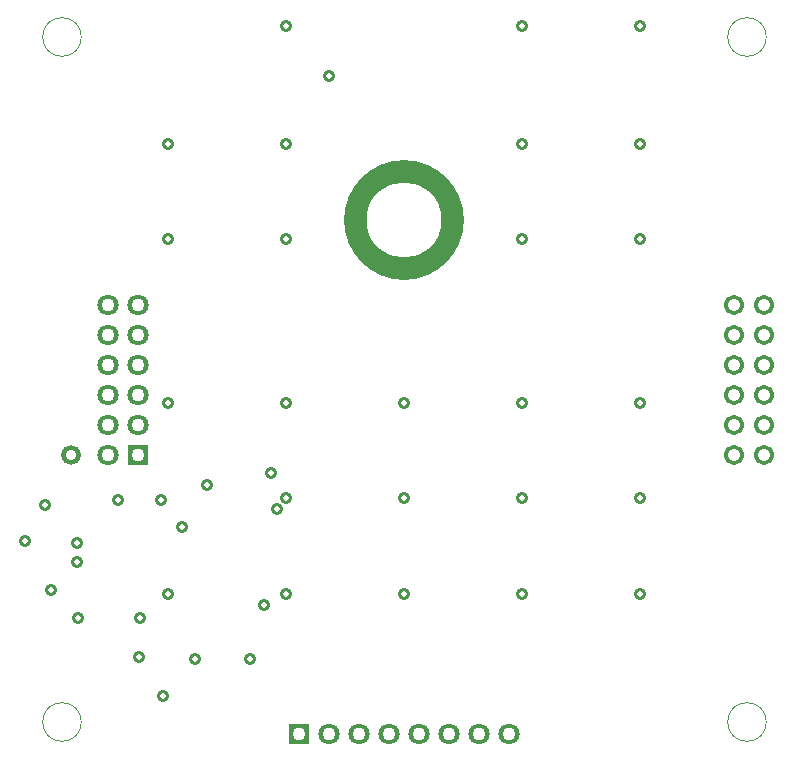
<source format=gbr>
G04 DesignSpark PCB PRO Gerber Version 10.0 Build 5299*
G04 #@! TF.Part,Single*
G04 #@! TF.FileFunction,Soldermask,Bot*
G04 #@! TF.FilePolarity,Negative*
%FSLAX35Y35*%
%MOIN*%
G04 #@! TA.AperFunction,ViaPad*
%ADD17C,0.04143X0.01969*%
%ADD99C,0.06600X0.03500*%
G04 #@! TA.AperFunction,ComponentPad*
%ADD70C,0.06702X0.04094*%
%ADD100R,0.07096X0.07096X0.04331*%
%ADD101C,0.07096X0.04331*%
G04 #@! TA.AperFunction,WasherPad*
%ADD19C,0.13198X0.12598*%
G04 #@! TA.AperFunction,ComponentPad*
%ADD102C,0.39970X0.25000*%
G04 #@! TD.AperFunction*
X0Y0D02*
D02*
D17*
X15748Y84547D03*
X22441Y96457D03*
X24252Y68071D03*
X33071Y77559D03*
Y83858D03*
X33268Y58661D03*
X46850Y98031D03*
X53819Y45669D03*
X53937Y58661D03*
X61067Y98031D03*
X61811Y32677D03*
X63386Y66929D03*
Y130315D03*
Y185039D03*
Y216929D03*
X68110Y88976D03*
X72441Y45276D03*
X76378Y103150D03*
X90551Y45276D03*
X95276Y62992D03*
X97638Y107087D03*
X99606Y95276D03*
X102756Y66929D03*
Y98819D03*
Y130315D03*
Y185039D03*
Y216929D03*
Y256299D03*
X116929Y239370D03*
X142126Y66929D03*
Y98819D03*
Y130315D03*
X181496Y66929D03*
Y98819D03*
Y130315D03*
Y185039D03*
Y216929D03*
Y256299D03*
X220866Y66929D03*
Y98819D03*
Y130315D03*
Y185039D03*
Y216929D03*
Y256299D03*
D02*
D19*
X27953Y24016D03*
Y252362D03*
X256299Y24016D03*
Y252362D03*
D02*
D70*
X252205Y113189D03*
Y123189D03*
Y133189D03*
Y143189D03*
Y153189D03*
Y163189D03*
X262205Y113189D03*
Y123189D03*
Y133189D03*
Y143189D03*
Y153189D03*
Y163189D03*
D02*
D99*
X31102Y113189D03*
D02*
D100*
X53543D03*
X107087Y20079D03*
D02*
D101*
X43543Y113189D03*
Y123189D03*
Y133189D03*
Y143189D03*
Y153189D03*
Y163189D03*
X53543Y123189D03*
Y133189D03*
Y143189D03*
Y153189D03*
Y163189D03*
X117087Y20079D03*
X127087D03*
X137087D03*
X147087D03*
X157087D03*
X167087D03*
X177087D03*
D02*
D102*
X142126Y191516D03*
X0Y0D02*
M02*

</source>
